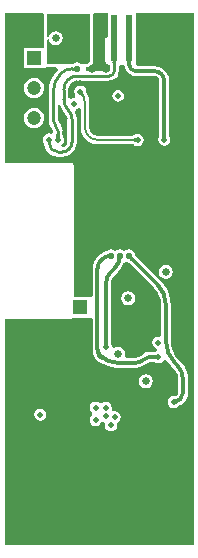
<source format=gbl>
G04*
G04 #@! TF.GenerationSoftware,Altium Limited,Altium Designer,18.1.6 (161)*
G04*
G04 Layer_Physical_Order=4*
G04 Layer_Color=16711680*
%FSLAX24Y24*%
%MOIN*%
G70*
G01*
G75*
%ADD12C,0.0080*%
%ADD13C,0.0100*%
%ADD26R,0.0236X0.1575*%
%ADD57C,0.0160*%
%ADD58C,0.0200*%
%ADD60C,0.0120*%
%ADD64C,0.0472*%
%ADD65R,0.0472X0.0472*%
%ADD66R,0.0492X0.0492*%
%ADD67C,0.0492*%
%ADD68C,0.0200*%
%ADD69C,0.0220*%
%ADD70C,0.0260*%
%ADD71C,0.0197*%
%ADD72C,0.0320*%
%ADD73C,0.0157*%
G36*
X282Y16908D02*
X202Y16900D01*
X197Y16925D01*
Y16079D01*
X232Y16024D01*
X282D01*
Y16002D01*
X347D01*
Y15787D01*
X346D01*
X344Y15783D01*
X339Y15781D01*
Y15779D01*
X-433D01*
Y15922D01*
X-408D01*
X-398Y15924D01*
X-388D01*
X-378Y15927D01*
X-369Y15929D01*
X-360Y15935D01*
X-351Y15939D01*
X-344Y15946D01*
X-336Y15952D01*
X-333Y15956D01*
X-282Y15990D01*
X-276Y15991D01*
X-268Y15996D01*
X-258Y16000D01*
X-251Y16007D01*
X-243Y16013D01*
X-237Y16021D01*
X-235Y16024D01*
X-197D01*
Y17065D01*
X-213Y17075D01*
Y17677D01*
X-139Y17717D01*
X282D01*
Y16908D01*
D02*
G37*
G36*
X-315Y16085D02*
X-326Y16083D01*
X-402Y16032D01*
X-408Y16024D01*
X-594D01*
X-654Y16064D01*
X-736Y16080D01*
X-818Y16064D01*
X-879Y16024D01*
X-1732D01*
Y16840D01*
X-1682Y16845D01*
X-1673Y16800D01*
X-1623Y16724D01*
X-1546Y16673D01*
X-1457Y16655D01*
X-1367Y16673D01*
X-1291Y16724D01*
X-1240Y16800D01*
X-1222Y16890D01*
X-1240Y16980D01*
X-1291Y17056D01*
X-1367Y17106D01*
X-1457Y17124D01*
X-1546Y17106D01*
X-1623Y17056D01*
X-1673Y16980D01*
X-1682Y16935D01*
X-1732Y16940D01*
Y17677D01*
X-315D01*
Y16085D01*
D02*
G37*
G36*
X1092Y16104D02*
X1085Y16101D01*
X1079Y16096D01*
X1074Y16089D01*
X1070Y16080D01*
X1066Y16069D01*
X1064Y16055D01*
X1062Y16040D01*
X1060Y16023D01*
X1060Y16004D01*
X940D01*
X940Y16023D01*
X936Y16055D01*
X934Y16069D01*
X930Y16080D01*
X926Y16089D01*
X921Y16096D01*
X915Y16101D01*
X908Y16104D01*
X901Y16105D01*
X1099D01*
X1092Y16104D01*
D02*
G37*
G36*
X591Y16104D02*
X582Y16101D01*
X575Y16096D01*
X568Y16089D01*
X562Y16079D01*
X558Y16068D01*
X554Y16055D01*
X552Y16040D01*
X551Y16023D01*
X550Y16004D01*
X450D01*
X450Y16023D01*
X448Y16040D01*
X446Y16055D01*
X442Y16068D01*
X437Y16079D01*
X432Y16089D01*
X426Y16096D01*
X418Y16101D01*
X410Y16104D01*
X400Y16105D01*
X600D01*
X591Y16104D01*
D02*
G37*
G36*
X-535Y15089D02*
X-534Y15080D01*
X-532Y15070D01*
X-529Y15059D01*
X-521Y15034D01*
X-515Y15020D01*
X-494Y14972D01*
X-557Y14919D01*
X-564Y14932D01*
X-571Y14945D01*
X-579Y14956D01*
X-588Y14966D01*
X-598Y14975D01*
X-608Y14983D01*
X-619Y14990D01*
X-631Y14996D01*
X-644Y15001D01*
X-658Y15004D01*
X-535Y15097D01*
X-535Y15089D01*
D02*
G37*
G36*
X2226Y13666D02*
X2230Y13607D01*
X2232Y13596D01*
X2235Y13586D01*
X2238Y13578D01*
X2241Y13571D01*
X2245Y13565D01*
X2086D01*
X2090Y13571D01*
X2093Y13578D01*
X2096Y13586D01*
X2098Y13596D01*
X2101Y13607D01*
X2104Y13634D01*
X2105Y13649D01*
X2105Y13684D01*
X2225D01*
X2226Y13666D01*
D02*
G37*
G36*
X-1328Y13664D02*
X-1325Y13633D01*
X-1323Y13619D01*
X-1321Y13606D01*
X-1317Y13594D01*
X-1314Y13583D01*
X-1309Y13573D01*
X-1304Y13564D01*
X-1299Y13555D01*
X-1457D01*
X-1452Y13564D01*
X-1447Y13573D01*
X-1442Y13583D01*
X-1438Y13594D01*
X-1435Y13606D01*
X-1433Y13619D01*
X-1431Y13633D01*
X-1428Y13664D01*
X-1428Y13681D01*
X-1328D01*
X-1328Y13664D01*
D02*
G37*
G36*
X1219Y13415D02*
X1208Y13423D01*
X1197Y13429D01*
X1185Y13435D01*
X1173Y13440D01*
X1160Y13445D01*
X1147Y13448D01*
X1133Y13451D01*
X1119Y13453D01*
X1104Y13454D01*
X1088Y13454D01*
Y13534D01*
X1104Y13535D01*
X1119Y13536D01*
X1133Y13538D01*
X1147Y13541D01*
X1160Y13544D01*
X1173Y13549D01*
X1185Y13554D01*
X1197Y13560D01*
X1208Y13566D01*
X1219Y13574D01*
Y13415D01*
D02*
G37*
G36*
X3150Y0D02*
X-3150D01*
X-3150Y7536D01*
X-955D01*
X-916Y7544D01*
X-883Y7566D01*
X-882Y7567D01*
X-303D01*
X-284Y7567D01*
X-223Y7521D01*
Y6539D01*
X-224D01*
X-207Y6409D01*
X-198Y6386D01*
X-198Y6385D01*
X-197Y6383D01*
X-194Y6377D01*
X-193Y6371D01*
X-163Y6301D01*
X-163Y6299D01*
X-148Y6222D01*
X-104Y6156D01*
X-38Y6112D01*
X2Y6104D01*
X60Y6071D01*
X69Y6063D01*
X235Y5974D01*
X416Y5919D01*
X604Y5901D01*
Y5902D01*
X1217D01*
Y5901D01*
X1362Y5920D01*
X1497Y5976D01*
X1613Y6065D01*
X1613D01*
X1680Y6096D01*
X1686Y6097D01*
X1686Y6097D01*
X1830D01*
X1834Y6097D01*
X1853Y6094D01*
X1857Y6094D01*
X1860Y6093D01*
X1861Y6092D01*
X1862Y6092D01*
X1891Y6073D01*
X1969Y6058D01*
X2046Y6073D01*
X2112Y6117D01*
X2143Y6164D01*
X2208Y6173D01*
X2234Y6168D01*
X2283Y6089D01*
X2402Y5950D01*
X2402Y5950D01*
X2483Y5869D01*
X2490Y5865D01*
X2566Y5765D01*
X2617Y5641D01*
X2634Y5517D01*
X2632Y5509D01*
Y5075D01*
X2633Y5072D01*
X2622Y5016D01*
X2611Y5001D01*
X2558Y4947D01*
X2480Y4962D01*
X2403Y4947D01*
X2337Y4903D01*
X2293Y4837D01*
X2278Y4760D01*
X2293Y4683D01*
X2337Y4617D01*
X2403Y4573D01*
X2480Y4558D01*
X2558Y4573D01*
X2623Y4617D01*
X2626Y4620D01*
X2695Y4649D01*
X2696Y4650D01*
X2720Y4660D01*
X2819Y4736D01*
X2895Y4835D01*
X2943Y4951D01*
X2959Y5075D01*
X2958D01*
Y5509D01*
X2959D01*
X2943Y5672D01*
X2896Y5829D01*
X2818Y5974D01*
X2714Y6100D01*
X2714Y6100D01*
X2633Y6181D01*
X2626Y6185D01*
X2527Y6306D01*
X2449Y6451D01*
X2401Y6609D01*
X2386Y6765D01*
X2388Y6772D01*
Y7982D01*
X2388D01*
X2374Y8164D01*
X2331Y8341D01*
X2261Y8510D01*
X2166Y8666D01*
X2047Y8805D01*
X2047Y8804D01*
X1219Y9632D01*
X1205Y9650D01*
X1200Y9656D01*
X1197Y9662D01*
X1195Y9666D01*
X1194Y9667D01*
X1193Y9670D01*
X1190Y9678D01*
X1182Y9718D01*
X1136Y9788D01*
X1066Y9834D01*
X984Y9850D01*
X902Y9834D01*
X837Y9790D01*
X771Y9834D01*
X689Y9850D01*
X607Y9834D01*
X541Y9790D01*
X476Y9834D01*
X394Y9850D01*
X312Y9834D01*
X242Y9788D01*
X166Y9755D01*
X158Y9752D01*
X142Y9744D01*
X142Y9744D01*
X141Y9743D01*
X51Y9695D01*
X-42Y9619D01*
X-119Y9525D01*
X-176Y9418D01*
X-211Y9303D01*
X-223Y9184D01*
X-223Y9182D01*
Y8306D01*
X-284Y8259D01*
X-303Y8259D01*
X-853D01*
Y12631D01*
X-853Y12631D01*
Y12638D01*
X-861Y12677D01*
X-883Y12710D01*
X-916Y12732D01*
X-955Y12740D01*
X-2894Y12740D01*
X-2898Y12739D01*
X-3149Y12740D01*
X-3150Y12815D01*
X-3150Y17717D01*
X-1908D01*
X-1834Y17677D01*
Y16940D01*
X-1831Y16925D01*
X-1830Y16910D01*
X-1827Y16905D01*
X-1826Y16901D01*
X-1819Y16890D01*
X-1826Y16879D01*
X-1827Y16874D01*
X-1830Y16870D01*
X-1831Y16855D01*
X-1834Y16840D01*
Y16569D01*
X-2502D01*
Y15896D01*
X-1829D01*
Y15896D01*
X-1749Y15925D01*
X-1732Y15922D01*
X-1446D01*
X-1385Y15842D01*
X-1389Y15818D01*
X-1517Y15662D01*
X-1612Y15485D01*
X-1671Y15292D01*
X-1690Y15091D01*
X-1688D01*
Y14166D01*
X-1689D01*
X-1675Y14057D01*
X-1632Y13955D01*
X-1565Y13868D01*
Y13868D01*
X-1534Y13801D01*
X-1531Y13787D01*
X-1531Y13786D01*
Y13746D01*
X-1556Y13725D01*
X-1611Y13695D01*
X-1673Y13708D01*
X-1751Y13692D01*
X-1817Y13648D01*
X-1862Y13582D01*
X-1877Y13504D01*
X-1862Y13426D01*
X-1825Y13371D01*
X-1812Y13270D01*
X-1767Y13161D01*
X-1696Y13068D01*
X-1602Y12997D01*
X-1494Y12952D01*
X-1378Y12937D01*
Y12938D01*
X-1235D01*
Y12936D01*
X-1110Y12953D01*
X-993Y13001D01*
X-893Y13078D01*
X-816Y13178D01*
X-768Y13295D01*
X-751Y13420D01*
X-753D01*
Y14183D01*
X-751D01*
X-770Y14328D01*
X-810Y14424D01*
X-775Y14506D01*
X-765Y14515D01*
X-749Y14518D01*
X-695Y14554D01*
X-649Y14541D01*
X-615Y14520D01*
Y13907D01*
X-617D01*
X-598Y13763D01*
X-543Y13628D01*
X-454Y13513D01*
X-339Y13424D01*
X-204Y13369D01*
X-60Y13350D01*
Y13352D01*
X1105D01*
X1108Y13351D01*
X1116Y13350D01*
X1124Y13349D01*
X1131Y13347D01*
X1137Y13345D01*
X1143Y13343D01*
X1148Y13340D01*
X1152Y13337D01*
X1159Y13332D01*
X1169Y13328D01*
X1202Y13306D01*
X1280Y13291D01*
X1358Y13306D01*
X1424Y13350D01*
X1468Y13416D01*
X1483Y13494D01*
X1468Y13572D01*
X1424Y13639D01*
X1358Y13683D01*
X1280Y13698D01*
X1202Y13683D01*
X1169Y13661D01*
X1159Y13657D01*
X1152Y13652D01*
X1148Y13649D01*
X1143Y13646D01*
X1137Y13644D01*
X1131Y13642D01*
X1124Y13640D01*
X1116Y13639D01*
X1108Y13637D01*
X1105Y13637D01*
X-60D01*
X-60Y13637D01*
X-130Y13646D01*
X-195Y13673D01*
X-251Y13716D01*
X-294Y13772D01*
X-321Y13837D01*
X-330Y13907D01*
X-330Y13907D01*
Y14710D01*
X-329D01*
X-342Y14846D01*
X-382Y14977D01*
X-400Y15009D01*
X-401Y15014D01*
X-422Y15060D01*
X-425Y15069D01*
X-431Y15088D01*
X-432Y15092D01*
X-433Y15093D01*
X-431Y15102D01*
X-446Y15180D01*
X-491Y15246D01*
X-557Y15290D01*
X-635Y15306D01*
X-713Y15290D01*
X-779Y15246D01*
X-823Y15180D01*
X-839Y15102D01*
X-823Y15024D01*
X-796Y14982D01*
X-814Y14938D01*
X-834Y14906D01*
X-904Y14892D01*
X-948Y14862D01*
X-1019Y14890D01*
X-1028Y14898D01*
Y15172D01*
X-1028Y15173D01*
X-1018Y15250D01*
X-988Y15323D01*
X-940Y15385D01*
X-878Y15433D01*
X-805Y15463D01*
X-728Y15474D01*
X-727Y15473D01*
X339D01*
X342Y15474D01*
X420Y15484D01*
X496Y15516D01*
X561Y15565D01*
X611Y15630D01*
X642Y15706D01*
X652Y15784D01*
X653Y15787D01*
Y15967D01*
X718Y16002D01*
X782D01*
X843Y15957D01*
X850Y15906D01*
X888Y15814D01*
X948Y15735D01*
X1027Y15675D01*
X1118Y15637D01*
X1217Y15624D01*
Y15624D01*
X1832D01*
X1836Y15625D01*
X1898Y15613D01*
X1953Y15575D01*
X1991Y15520D01*
X2003Y15458D01*
X2002Y15454D01*
Y13646D01*
X2002Y13643D01*
X2000Y13623D01*
X1999Y13618D01*
X1998Y13615D01*
X1997Y13613D01*
X1997Y13612D01*
X1977Y13582D01*
X1961Y13504D01*
X1977Y13426D01*
X2021Y13360D01*
X2087Y13316D01*
X2165Y13300D01*
X2243Y13316D01*
X2310Y13360D01*
X2354Y13426D01*
X2369Y13504D01*
X2354Y13582D01*
X2334Y13612D01*
X2333Y13613D01*
X2333Y13615D01*
X2332Y13618D01*
X2331Y13621D01*
X2329Y13657D01*
Y15454D01*
X2330D01*
X2313Y15583D01*
X2263Y15703D01*
X2184Y15806D01*
X2081Y15885D01*
X1961Y15935D01*
X1832Y15952D01*
Y15951D01*
X1277D01*
X1218Y16002D01*
Y17717D01*
X3150D01*
X3150Y0D01*
D02*
G37*
G36*
X-1282Y14584D02*
X-1218Y14465D01*
X-1132Y14360D01*
X-1132Y14360D01*
X-1087Y14299D01*
X-1075Y14280D01*
X-1057Y14190D01*
X-1058Y14183D01*
Y13420D01*
X-1058Y13416D01*
X-1071Y13352D01*
X-1109Y13294D01*
X-1167Y13256D01*
X-1231Y13243D01*
X-1235Y13243D01*
X-1250D01*
X-1274Y13323D01*
X-1234Y13350D01*
X-1190Y13416D01*
X-1174Y13494D01*
X-1190Y13572D01*
X-1211Y13604D01*
X-1215Y13613D01*
X-1217Y13617D01*
X-1218Y13618D01*
X-1218Y13620D01*
X-1220Y13623D01*
X-1221Y13629D01*
X-1223Y13636D01*
X-1224Y13644D01*
X-1225Y13659D01*
Y13786D01*
X-1224D01*
X-1239Y13896D01*
X-1281Y13997D01*
X-1348Y14085D01*
Y14085D01*
X-1380Y14152D01*
X-1383Y14166D01*
X-1382Y14166D01*
Y14641D01*
X-1302Y14652D01*
X-1282Y14584D01*
D02*
G37*
G36*
X339Y9541D02*
X328Y9546D01*
X316Y9550D01*
X304Y9553D01*
X292Y9554D01*
X279Y9553D01*
X265Y9551D01*
X251Y9548D01*
X236Y9543D01*
X221Y9536D01*
X206Y9528D01*
X191Y9655D01*
X308Y9705D01*
X339Y9541D01*
D02*
G37*
G36*
X1095Y9641D02*
X1098Y9632D01*
X1103Y9621D01*
X1108Y9611D01*
X1115Y9600D01*
X1124Y9588D01*
X1144Y9563D01*
X1156Y9549D01*
X1170Y9536D01*
X1085Y9451D01*
X1071Y9464D01*
X1033Y9497D01*
X1021Y9505D01*
X1010Y9512D01*
X999Y9518D01*
X989Y9522D01*
X979Y9525D01*
X970Y9527D01*
X1093Y9650D01*
X1095Y9641D01*
D02*
G37*
G36*
X762Y9554D02*
X760Y9552D01*
X758Y9547D01*
X755Y9540D01*
X742Y9507D01*
X717Y9433D01*
X593Y9443D01*
X599Y9460D01*
X604Y9476D01*
X607Y9491D01*
X609Y9506D01*
X610Y9520D01*
X610Y9533D01*
X608Y9545D01*
X605Y9557D01*
X601Y9568D01*
X595Y9579D01*
X762Y9554D01*
D02*
G37*
G36*
X942Y9430D02*
X950Y9427D01*
X953Y9426D01*
X955Y9426D01*
X959Y9424D01*
X964Y9420D01*
X970Y9416D01*
X993Y9396D01*
X1816Y8574D01*
X1822Y8569D01*
X1922Y8448D01*
X2000Y8303D01*
X2047Y8145D01*
X2063Y7989D01*
X2061Y7982D01*
Y6998D01*
X1981Y6932D01*
X1969Y6935D01*
X1891Y6919D01*
X1825Y6875D01*
X1782Y6810D01*
X1766Y6732D01*
X1782Y6655D01*
X1825Y6589D01*
X1891Y6545D01*
X1934Y6537D01*
Y6455D01*
X1891Y6447D01*
X1862Y6428D01*
X1861Y6427D01*
X1860Y6427D01*
X1857Y6426D01*
X1855Y6426D01*
X1819Y6423D01*
X1686D01*
Y6424D01*
X1574Y6409D01*
X1470Y6366D01*
X1380Y6297D01*
X1380Y6297D01*
X1319Y6252D01*
X1306Y6244D01*
X1223Y6227D01*
X1217Y6229D01*
X902D01*
X853Y6309D01*
X864Y6368D01*
X847Y6458D01*
X796Y6534D01*
X720Y6585D01*
X630Y6603D01*
X540Y6585D01*
X515Y6568D01*
X507Y6569D01*
X432Y6609D01*
X423Y6652D01*
X404Y6681D01*
X404Y6682D01*
X403Y6684D01*
X402Y6686D01*
X402Y6689D01*
X399Y6724D01*
Y8770D01*
X398Y8777D01*
X415Y8863D01*
X464Y8936D01*
X470Y8940D01*
X630Y9100D01*
X631Y9100D01*
X725Y9215D01*
X795Y9346D01*
X807Y9386D01*
X807Y9386D01*
X809Y9393D01*
X813Y9400D01*
X814Y9401D01*
X902Y9438D01*
X942Y9430D01*
D02*
G37*
G36*
X296Y6733D02*
X301Y6676D01*
X303Y6665D01*
X305Y6655D01*
X308Y6647D01*
X311Y6640D01*
X314Y6635D01*
X158D01*
X162Y6640D01*
X165Y6647D01*
X167Y6655D01*
X170Y6665D01*
X172Y6676D01*
X175Y6702D01*
X176Y6733D01*
X176Y6751D01*
X296D01*
X296Y6733D01*
D02*
G37*
G36*
X8Y6474D02*
X12Y6459D01*
X16Y6447D01*
X22Y6435D01*
X28Y6425D01*
X34Y6416D01*
X41Y6408D01*
X49Y6402D01*
X58Y6397D01*
X67Y6394D01*
X-58Y6315D01*
X-99Y6411D01*
X4Y6489D01*
X8Y6474D01*
D02*
G37*
G36*
X1908Y6182D02*
X1903Y6185D01*
X1896Y6188D01*
X1888Y6191D01*
X1879Y6193D01*
X1868Y6195D01*
X1842Y6198D01*
X1810Y6200D01*
X1792Y6200D01*
Y6320D01*
X1810Y6320D01*
X1868Y6324D01*
X1879Y6326D01*
X1888Y6329D01*
X1896Y6331D01*
X1903Y6334D01*
X1908Y6338D01*
Y6182D01*
D02*
G37*
G36*
X138Y6311D02*
X142Y6303D01*
X147Y6295D01*
X153Y6287D01*
X160Y6278D01*
X169Y6270D01*
X179Y6261D01*
X191Y6252D01*
X218Y6234D01*
X136Y6144D01*
X39Y6201D01*
X136Y6319D01*
X138Y6311D01*
D02*
G37*
G36*
X2655Y4743D02*
X2561Y4704D01*
X2526Y4847D01*
X2535Y4843D01*
X2545Y4840D01*
X2555Y4839D01*
X2565Y4840D01*
X2576Y4842D01*
X2587Y4845D01*
X2599Y4850D01*
X2611Y4856D01*
X2623Y4864D01*
X2636Y4873D01*
X2655Y4743D01*
D02*
G37*
%LPC*%
G36*
X-2165Y15571D02*
X-2253Y15560D01*
X-2335Y15526D01*
X-2405Y15472D01*
X-2459Y15402D01*
X-2493Y15320D01*
X-2504Y15232D01*
X-2493Y15145D01*
X-2459Y15063D01*
X-2405Y14992D01*
X-2335Y14939D01*
X-2253Y14905D01*
X-2165Y14893D01*
X-2078Y14905D01*
X-1996Y14939D01*
X-1926Y14992D01*
X-1872Y15063D01*
X-1838Y15145D01*
X-1826Y15232D01*
X-1838Y15320D01*
X-1872Y15402D01*
X-1926Y15472D01*
X-1996Y15526D01*
X-2078Y15560D01*
X-2165Y15571D01*
D02*
G37*
G36*
X630Y15163D02*
X553Y15148D01*
X487Y15104D01*
X443Y15038D01*
X428Y14961D01*
X443Y14883D01*
X487Y14818D01*
X553Y14774D01*
X630Y14758D01*
X707Y14774D01*
X773Y14818D01*
X817Y14883D01*
X832Y14961D01*
X817Y15038D01*
X773Y15104D01*
X707Y15148D01*
X630Y15163D01*
D02*
G37*
G36*
X-2165Y14571D02*
X-2253Y14560D01*
X-2335Y14526D01*
X-2405Y14472D01*
X-2459Y14402D01*
X-2493Y14320D01*
X-2504Y14232D01*
X-2493Y14145D01*
X-2459Y14063D01*
X-2405Y13992D01*
X-2335Y13939D01*
X-2253Y13905D01*
X-2165Y13893D01*
X-2078Y13905D01*
X-1996Y13939D01*
X-1926Y13992D01*
X-1872Y14063D01*
X-1838Y14145D01*
X-1826Y14232D01*
X-1838Y14320D01*
X-1872Y14402D01*
X-1926Y14472D01*
X-1996Y14526D01*
X-2078Y14560D01*
X-2165Y14571D01*
D02*
G37*
G36*
X2224Y9329D02*
X2135Y9311D01*
X2059Y9260D01*
X2008Y9184D01*
X1990Y9094D01*
X2008Y9005D01*
X2059Y8929D01*
X2135Y8878D01*
X2224Y8860D01*
X2314Y8878D01*
X2390Y8929D01*
X2441Y9005D01*
X2459Y9094D01*
X2441Y9184D01*
X2390Y9260D01*
X2314Y9311D01*
X2224Y9329D01*
D02*
G37*
G36*
X1555Y5687D02*
X1465Y5669D01*
X1389Y5619D01*
X1338Y5543D01*
X1321Y5453D01*
X1338Y5363D01*
X1389Y5287D01*
X1465Y5236D01*
X1555Y5218D01*
X1645Y5236D01*
X1721Y5287D01*
X1772Y5363D01*
X1790Y5453D01*
X1772Y5543D01*
X1721Y5619D01*
X1645Y5669D01*
X1555Y5687D01*
D02*
G37*
G36*
X221Y4769D02*
X144Y4754D01*
X78Y4710D01*
X25D01*
X-41Y4754D01*
X-118Y4769D01*
X-196Y4754D01*
X-261Y4710D01*
X-305Y4644D01*
X-320Y4567D01*
X-305Y4490D01*
X-261Y4424D01*
X-237Y4408D01*
Y4313D01*
X-261Y4297D01*
X-305Y4231D01*
X-320Y4154D01*
X-305Y4076D01*
X-261Y4010D01*
X-196Y3967D01*
X-118Y3951D01*
X-41Y3967D01*
X25Y4010D01*
X69Y4076D01*
X119Y4097D01*
X146Y4101D01*
X203Y4048D01*
X189Y3977D01*
X204Y3900D01*
X248Y3834D01*
X314Y3790D01*
X391Y3775D01*
X469Y3790D01*
X534Y3834D01*
X578Y3900D01*
X594Y3977D01*
X589Y4058D01*
X655Y4101D01*
X699Y4167D01*
X714Y4244D01*
X699Y4322D01*
X655Y4387D01*
X589Y4431D01*
X512Y4447D01*
X471Y4439D01*
X446Y4459D01*
X411Y4505D01*
X424Y4567D01*
X408Y4644D01*
X365Y4710D01*
X299Y4754D01*
X221Y4769D01*
D02*
G37*
G36*
X-1969Y4533D02*
X-2046Y4518D01*
X-2112Y4474D01*
X-2155Y4408D01*
X-2171Y4331D01*
X-2155Y4253D01*
X-2112Y4188D01*
X-2046Y4144D01*
X-1969Y4128D01*
X-1891Y4144D01*
X-1825Y4188D01*
X-1782Y4253D01*
X-1766Y4331D01*
X-1782Y4408D01*
X-1825Y4474D01*
X-1891Y4518D01*
X-1969Y4533D01*
D02*
G37*
G36*
X965Y8443D02*
X875Y8425D01*
X799Y8374D01*
X748Y8298D01*
X730Y8209D01*
X748Y8119D01*
X799Y8043D01*
X875Y7992D01*
X965Y7974D01*
X1054Y7992D01*
X1130Y8043D01*
X1181Y8119D01*
X1199Y8209D01*
X1181Y8298D01*
X1130Y8374D01*
X1054Y8425D01*
X965Y8443D01*
D02*
G37*
%LPD*%
D12*
X-472Y13907D02*
G03*
X-60Y13494I412J0D01*
G01*
X-472Y14710D02*
G03*
X-635Y15102I-555J0D01*
G01*
X-60Y13494D02*
X1280D01*
X-472Y13907D02*
Y14710D01*
D13*
X339Y15626D02*
G03*
X500Y15787I0J161D01*
G01*
X-906Y14183D02*
G03*
X-1024Y14468I-403J0D01*
G01*
X-727Y15626D02*
G03*
X-1181Y15172I0J-454D01*
G01*
Y14849D02*
G03*
X-1024Y14468I538J0D01*
G01*
X-1673Y13386D02*
G03*
X-1378Y13091I295J0D01*
G01*
X-1235D02*
G03*
X-906Y13420I0J329D01*
G01*
X-899Y15866D02*
G03*
X-1280Y15709I0J-538D01*
G01*
D02*
G03*
X-1535Y15091I618J-618D01*
G01*
Y14166D02*
G03*
X-1457Y13976I269J0D01*
G01*
X-1378Y13786D02*
G03*
X-1457Y13976I-269J0D01*
G01*
X-727Y15626D02*
X339D01*
X-906Y13420D02*
Y14183D01*
X-1181Y14849D02*
Y15172D01*
X-1673Y13386D02*
Y13504D01*
X-1378Y13091D02*
X-1235D01*
X-899Y15866D02*
X-736D01*
X-1535Y14166D02*
Y15091D01*
X-1378Y13494D02*
Y13786D01*
X500Y15787D02*
Y16890D01*
D26*
X0D02*
D03*
X500D02*
D03*
X1000D02*
D03*
X-1000D02*
D03*
X-500D02*
D03*
D57*
X-1000Y16874D02*
G03*
X-1457Y17331I-457J0D01*
G01*
Y16417D02*
G03*
X-1000Y16874I0J457D01*
G01*
Y16890D01*
D58*
X0Y16436D02*
G03*
X236Y15866I807J0D01*
G01*
X0Y16436D02*
Y16890D01*
D60*
X2165Y15454D02*
G03*
X1832Y15787I-333J0D01*
G01*
X1000Y16004D02*
G03*
X1217Y15787I217J0D01*
G01*
X1686Y6260D02*
G03*
X1496Y6181I0J-269D01*
G01*
X1217Y6065D02*
G03*
X1496Y6181I0J395D01*
G01*
X-60Y6539D02*
G03*
X39Y6299I339J0D01*
G01*
D02*
G03*
X604Y6065I565J565D01*
G01*
X2224Y7982D02*
G03*
X1932Y8689I-1000J0D01*
G01*
X2224Y6772D02*
G03*
X2517Y6065I1000J0D01*
G01*
X2795Y5509D02*
G03*
X2598Y5984I-672J0D01*
G01*
X2480Y4760D02*
G03*
X2795Y5075I0J315D01*
G01*
X394Y9636D02*
G03*
X-60Y9182I0J-454D01*
G01*
X354Y9055D02*
G03*
X236Y8770I285J-285D01*
G01*
X515Y9216D02*
G03*
X689Y9636I-421J421D01*
G01*
X2165Y13504D02*
Y15454D01*
X1000Y16004D02*
Y16890D01*
X1217Y15787D02*
X1832D01*
X1686Y6260D02*
X1969D01*
X604Y6065D02*
X1217D01*
X984Y9636D02*
X1932Y8689D01*
X2224Y6772D02*
Y7982D01*
X2517Y6065D02*
X2598Y5984D01*
X2795Y5075D02*
Y5509D01*
X-60Y6539D02*
Y9182D01*
X236Y6575D02*
Y8770D01*
X354Y9055D02*
X515Y9216D01*
D64*
X-2165Y14232D02*
D03*
Y15232D02*
D03*
D65*
Y16232D02*
D03*
D66*
X-630Y7913D02*
D03*
D67*
Y7126D02*
D03*
D68*
X-1378Y13494D02*
D03*
X-635Y15102D02*
D03*
X1280Y13494D02*
D03*
X2165Y13504D02*
D03*
X-1673D02*
D03*
D69*
X-736Y15866D02*
D03*
X394Y9636D02*
D03*
X984D02*
D03*
X689D02*
D03*
D70*
X-1457Y17331D02*
D03*
X236Y15866D02*
D03*
X-1457Y16417D02*
D03*
X-236Y15866D02*
D03*
X2539Y13504D02*
D03*
X-2047D02*
D03*
X-1457Y16890D02*
D03*
X-709Y9646D02*
D03*
X2224Y9094D02*
D03*
X2480Y5118D02*
D03*
X1555Y5453D02*
D03*
Y8209D02*
D03*
X965D02*
D03*
X630Y6368D02*
D03*
D71*
X-118Y4154D02*
D03*
Y4567D02*
D03*
X512Y4244D02*
D03*
X391Y3977D02*
D03*
X221Y4291D02*
D03*
Y4567D02*
D03*
X630Y14961D02*
D03*
X-827Y14705D02*
D03*
X-1181Y14134D02*
D03*
X965Y15394D02*
D03*
X-650D02*
D03*
X2480Y4760D02*
D03*
X1969Y6260D02*
D03*
X1969Y6732D02*
D03*
X236Y6575D02*
D03*
X39Y6299D02*
D03*
X-1969Y4331D02*
D03*
X1969Y7205D02*
D03*
X2756Y7756D02*
D03*
X1594Y5866D02*
D03*
X-118Y5630D02*
D03*
Y5236D02*
D03*
X276Y5630D02*
D03*
Y5236D02*
D03*
X79Y5433D02*
D03*
X-2283Y4331D02*
D03*
X2835Y6260D02*
D03*
X2874Y8602D02*
D03*
X1024Y5453D02*
D03*
X2756Y4222D02*
D03*
X-846Y4291D02*
D03*
X-1181Y5276D02*
D03*
X-1693Y5709D02*
D03*
X-906Y5256D02*
D03*
X-1181Y3760D02*
D03*
X-1535Y2835D02*
D03*
D72*
X2146Y2638D02*
D03*
X453Y3563D02*
D03*
X-433Y3799D02*
D03*
D73*
X157Y14114D02*
D03*
X-157Y14508D02*
D03*
X157D02*
D03*
X-157Y14114D02*
D03*
X0Y14311D02*
D03*
M02*

</source>
